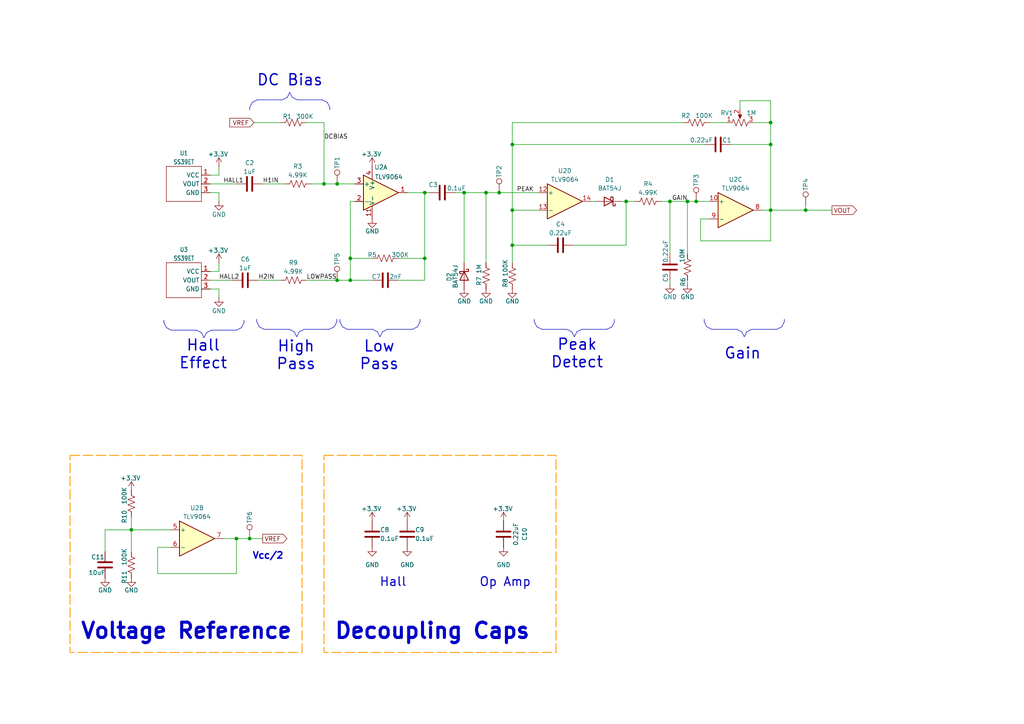
<source format=kicad_sch>
(kicad_sch (version 20250114) (generator "eeschema") (generator_version "9.0")
  (paper "A4")
  (title_block (title "Current Sensor") (date "<<release-date>>") (rev "<<tag>>") (comment 1 "<<hash>>"))
  (lib_symbols
    (symbol "Amplifier_Operational:TLV9064" (pin_names (offset 0.127))
      (property "Reference" "U" (at 0 5.08 0))
      (property "Value" "TLV9064" (at 0 -5.08 0))
      (symbol "TLV9064_1_1"
        (polyline (pts (xy -5.08 5.08) (xy 5.08 0) (xy -5.08 -5.08) (xy -5.08 5.08)) (stroke (width 0.254)) (fill (type background)))
        (pin input line (at -7.62 2.54 0) (length 2.54) (name "+") (number "3"))
        (pin input line (at -7.62 -2.54 0) (length 2.54) (name "-") (number "2"))
        (pin output line (at 7.62 0 180) (length 2.54) (name "~") (number "1"))
      )
      (symbol "TLV9064_2_1"
        (polyline (pts (xy -5.08 5.08) (xy 5.08 0) (xy -5.08 -5.08) (xy -5.08 5.08)) (stroke (width 0.254)) (fill (type background)))
        (pin input line (at -7.62 2.54 0) (length 2.54) (name "+") (number "5"))
        (pin input line (at -7.62 -2.54 0) (length 2.54) (name "-") (number "6"))
        (pin output line (at 7.62 0 180) (length 2.54) (name "~") (number "7"))
      )
      (symbol "TLV9064_3_1"
        (polyline (pts (xy -5.08 5.08) (xy 5.08 0) (xy -5.08 -5.08) (xy -5.08 5.08)) (stroke (width 0.254)) (fill (type background)))
        (pin input line (at -7.62 2.54 0) (length 2.54) (name "+") (number "10"))
        (pin input line (at -7.62 -2.54 0) (length 2.54) (name "-") (number "9"))
        (pin output line (at 7.62 0 180) (length 2.54) (name "~") (number "8"))
      )
      (symbol "TLV9064_4_1"
        (polyline (pts (xy -5.08 5.08) (xy 5.08 0) (xy -5.08 -5.08) (xy -5.08 5.08)) (stroke (width 0.254)) (fill (type background)))
        (pin input line (at -7.62 2.54 0) (length 2.54) (name "+") (number "12"))
        (pin input line (at -7.62 -2.54 0) (length 2.54) (name "-") (number "13"))
        (pin output line (at 7.62 0 180) (length 2.54) (name "~") (number "14"))
      )
      (symbol "TLV9064_5_1"
        (pin power_in line (at -2.54 7.62 270) (length 3.81) (name "V+") (number "4"))
        (pin power_in line (at -2.54 -7.62 90) (length 3.81) (name "V-") (number "11"))
      )
    )
    (symbol "CRG Makes:A1324"
      (property "Reference" "U" (at 0 6.3516 0))
      (symbol "A1324_1_0"
        (polyline (pts (xy -5.08 5.08) (xy -5.08 -5.08)) (stroke (width 0.1524)))
        (polyline (pts (xy -5.08 -5.08) (xy 5.08 -5.08)) (stroke (width 0.1524)))
        (polyline (pts (xy 5.08 5.08) (xy -5.08 5.08)) (stroke (width 0.1524)))
        (polyline (pts (xy 5.08 -5.08) (xy 5.08 5.08)) (stroke (width 0.1524)))
        (pin power_in line (at 7.62 2.54 180) (length 2.54) (name "VCC") (number "1"))
        (pin output line (at 7.62 0 180) (length 2.54) (name "VOUT") (number "2"))
        (pin passive line (at 7.62 -2.54 180) (length 2.54) (name "GND") (number "3"))
      )
    )
    (symbol "CRGM Passive:R_Potentiometer_US" (pin_names (offset 1.016) (hide yes))
      (property "Reference" "R" (at -4.445 0 90))
      (property "Value" "R_Potentiometer_US" (at -2.54 0 90))
      (symbol "R_Potentiometer_US_0_1"
        (polyline (pts (xy 0 2.54) (xy 0 2.286)))
        (polyline (pts (xy 0 2.286) (xy 1.016 1.905) (xy 0 1.524) (xy -1.016 1.143) (xy 0 0.762)))
        (polyline (pts (xy 0 0.762) (xy 1.016 0.381) (xy 0 0) (xy -1.016 -0.381) (xy 0 -0.762)))
        (polyline (pts (xy 0 -0.762) (xy 1.016 -1.143) (xy 0 -1.524) (xy -1.016 -1.905) (xy 0 -2.286)))
        (polyline (pts (xy 0 -2.286) (xy 0 -2.54)))
        (polyline (pts (xy 1.143 0) (xy 2.286 0.508) (xy 2.286 -0.508) (xy 1.143 0)) (fill (type outline)))
        (polyline (pts (xy 2.54 0) (xy 1.524 0)))
      )
      (symbol "R_Potentiometer_US_1_1"
        (pin passive line (at 0 3.81 270) (length 1.27) (name "1") (number "1"))
        (pin passive line (at 0 -3.81 90) (length 1.27) (name "3") (number "3"))
        (pin passive line (at 3.81 0 180) (length 1.27) (name "2") (number "2"))
      )
    )
    (symbol "Connector:TestPoint" (pin_numbers (hide yes)) (pin_names (offset 0.762) (hide yes))
      (property "Reference" "TP" (at 0 6.858 0))
      (property "Value" "TestPoint" (at 0 5.08 0))
      (symbol "TestPoint_0_1"
        (circle (center 0 3.302) (radius 0.762))
      )
      (symbol "TestPoint_1_1"
        (pin passive line (at 0 0 90) (length 2.54) (name "1") (number "1"))
      )
    )
    (symbol "Device:C" (pin_numbers (hide yes)) (pin_names (offset 0.254))
      (property "Reference" "C" (at 0.635 2.54 0))
      (property "Value" "C" (at 0.635 -2.54 0))
      (symbol "C_0_1"
        (polyline (pts (xy -2.032 0.762) (xy 2.032 0.762)) (stroke (width 0.508)))
        (polyline (pts (xy -2.032 -0.762) (xy 2.032 -0.762)) (stroke (width 0.508)))
      )
      (symbol "C_1_1"
        (pin passive line (at 0 3.81 270) (length 2.794) (name "~") (number "1"))
        (pin passive line (at 0 -3.81 90) (length 2.794) (name "~") (number "2"))
      )
    )
    (symbol "Device:R_US" (pin_numbers (hide yes)) (pin_names (offset 0))
      (property "Reference" "R" (at 2.54 0 90))
      (property "Value" "R_US" (at -2.54 0 90))
      (symbol "R_US_0_1"
        (polyline (pts (xy 0 2.286) (xy 0 2.54)))
        (polyline (pts (xy 0 2.286) (xy 1.016 1.905) (xy 0 1.524) (xy -1.016 1.143) (xy 0 0.762)))
        (polyline (pts (xy 0 0.762) (xy 1.016 0.381) (xy 0 0) (xy -1.016 -0.381) (xy 0 -0.762)))
        (polyline (pts (xy 0 -0.762) (xy 1.016 -1.143) (xy 0 -1.524) (xy -1.016 -1.905) (xy 0 -2.286)))
        (polyline (pts (xy 0 -2.286) (xy 0 -2.54)))
      )
      (symbol "R_US_1_1"
        (pin passive line (at 0 3.81 270) (length 1.27) (name "~") (number "1"))
        (pin passive line (at 0 -3.81 90) (length 1.27) (name "~") (number "2"))
      )
    )
    (symbol "Diode:BAT54J" (pin_numbers (hide yes)) (pin_names (offset 1.016) (hide yes))
      (property "Reference" "D" (at 0 2.54 0))
      (property "Value" "BAT54J" (at 0 -2.54 0))
      (symbol "BAT54J_0_1"
        (polyline (pts (xy -1.905 0.635) (xy -1.905 1.27) (xy -1.27 1.27) (xy -1.27 -1.27) (xy -0.635 -1.27) (xy -0.635 -0.635)) (stroke (width 0.254)))
        (polyline (pts (xy 1.27 1.27) (xy 1.27 -1.27) (xy -1.27 0) (xy 1.27 1.27)) (stroke (width 0.254)))
        (polyline (pts (xy 1.27 0) (xy -1.27 0)))
      )
      (symbol "BAT54J_1_1"
        (pin passive line (at -3.81 0 0) (length 2.54) (name "K") (number "1"))
        (pin passive line (at 3.81 0 180) (length 2.54) (name "A") (number "2"))
      )
    )
    (symbol "power:+3.3V" (power) (pin_numbers (hide yes)) (pin_names (offset 0) (hide yes))
      (property "Value" "+3.3V" (at 0 3.556 0))
      (symbol "+3.3V_0_1"
        (polyline (pts (xy -0.762 1.27) (xy 0 2.54)))
        (polyline (pts (xy 0 2.54) (xy 0.762 1.27)))
        (polyline (pts (xy 0 0) (xy 0 2.54)))
      )
      (symbol "+3.3V_1_1"
        (pin power_in line (at 0 0 90) (length 0) (name "~") (number "1"))
      )
    )
    (symbol "power:GND" (power) (pin_numbers (hide yes)) (pin_names (offset 0) (hide yes))
      (property "Value" "GND" (at 0 -3.81 0))
      (symbol "GND_0_1"
        (polyline (pts (xy 0 0) (xy 0 -1.27) (xy 1.27 -1.27) (xy 0 -2.54) (xy -1.27 -1.27) (xy 0 -1.27)))
      )
      (symbol "GND_1_1"
        (pin power_in line (at 0 0 270) (length 0) (name "~") (number "1"))
      )
    )
  )
  (rectangle (start 93.98 132.08) (end 161.29 189.23) (stroke (width 0.254) (type dash) (color 255 153 0 1)))
  (rectangle (start 20.32 132.08) (end 87.63 189.23) (stroke (width 0.254) (type dash) (color 255 153 0 1)))
  (text "High\nPass" (at 85.852 103.124 0) (effects (font (size 3.175 3.175) (thickness 0.3969))))
  (text "Hall\nEffect" (at 58.928 102.87 0) (effects (font (size 3.175 3.175) (thickness 0.3969))))
  (text "}" (at 82.804 29.21 90) (effects (font (size 15.24 15.24))))
  (text "DC Bias" (at 84.074 23.368 0) (effects (font (size 3.175 3.175) (thickness 0.3969))))
  (text "{" (at 57.912 96.012 90) (effects (font (size 15.24 15.24))))
  (text "{" (at 165.354 95.758 90) (effects (font (size 15.24 15.24))))
  (text "Gain" (at 215.392 102.616 0) (effects (font (size 3.175 3.175) (thickness 0.3969))))
  (text "Low\nPass" (at 109.982 103.124 0) (effects (font (size 3.175 3.175) (thickness 0.3969))))
  (text "Op Amp" (at 138.938 168.91 0) (effects (font (size 2.54 2.54) (thickness 0.3175)) (justify left)))
  (text "{" (at 108.966 95.758 90) (effects (font (size 15.24 15.24))))
  (text "{" (at 84.836 95.758 90) (effects (font (size 15.24 15.24))))
  (text "{" (at 214.63 95.758 90) (effects (font (size 15.24 15.24))))
  (text "Vcc/2" (at 77.724 161.29 0) (effects (font (size 1.905 1.905) (thickness 0.3969))))
  (text "Decoupling Caps" (at 96.774 183.134 0) (effects (font (size 4.445 4.445) (thickness 0.889) (bold yes)) (justify left)))
  (text "Voltage Reference" (at 23.114 183.134 0) (effects (font (size 4.445 4.445) (thickness 0.889) (bold yes)) (justify left)))
  (text "Peak\nDetect" (at 167.386 102.616 0) (effects (font (size 3.175 3.175) (thickness 0.3969))))
  (text "Hall" (at 109.982 168.91 0) (effects (font (size 2.54 2.54) (thickness 0.3175)) (justify left)))
  (junction (at 140.97 55.88))
  (junction (at 97.79 81.28))
  (junction (at 134.62 55.88))
  (junction (at 223.52 60.96))
  (junction (at 194.31 58.42))
  (junction (at 38.1 153.67))
  (junction (at 199.39 58.42))
  (junction (at 101.6 74.93))
  (junction (at 101.6 81.28))
  (junction (at 148.59 60.96))
  (junction (at 97.79 53.34))
  (junction (at 72.39 156.21))
  (junction (at 123.19 55.88))
  (junction (at 201.93 58.42))
  (junction (at 233.68 60.96))
  (junction (at 93.98 53.34))
  (junction (at 148.59 71.12))
  (junction (at 181.61 58.42))
  (junction (at 148.59 41.91))
  (junction (at 123.19 74.93))
  (junction (at 68.58 156.21))
  (junction (at 223.52 35.56))
  (junction (at 223.52 41.91))
  (junction (at 144.78 55.88))
  (wire (pts (xy 123.19 74.93) (xy 123.19 55.88)))
  (wire (pts (xy 148.59 60.96) (xy 156.21 60.96)))
  (wire (pts (xy 72.39 156.21) (xy 76.2 156.21)))
  (wire (pts (xy 233.68 59.69) (xy 233.68 60.96)))
  (wire (pts (xy 148.59 35.56) (xy 148.59 41.91)))
  (wire (pts (xy 101.6 74.93) (xy 101.6 81.28)))
  (wire (pts (xy 60.96 81.28) (xy 67.31 81.28)))
  (wire (pts (xy 132.08 55.88) (xy 134.62 55.88)))
  (wire (pts (xy 60.96 50.8) (xy 63.5 50.8)))
  (wire (pts (xy 38.1 153.67) (xy 38.1 160.02)))
  (wire (pts (xy 101.6 58.42) (xy 102.87 58.42)))
  (wire (pts (xy 140.97 55.88) (xy 144.78 55.88)))
  (wire (pts (xy 60.96 78.74) (xy 63.5 78.74)))
  (wire (pts (xy 194.31 58.42) (xy 194.31 73.66)))
  (wire (pts (xy 199.39 58.42) (xy 201.93 58.42)))
  (wire (pts (xy 49.53 153.67) (xy 38.1 153.67)))
  (wire (pts (xy 184.15 58.42) (xy 181.61 58.42)))
  (wire (pts (xy 191.77 58.42) (xy 194.31 58.42)))
  (wire (pts (xy 194.31 58.42) (xy 199.39 58.42)))
  (wire (pts (xy 118.11 55.88) (xy 123.19 55.88)))
  (wire (pts (xy 223.52 69.85) (xy 223.52 60.96)))
  (wire (pts (xy 63.5 55.88) (xy 63.5 58.42)))
  (wire (pts (xy 166.37 71.12) (xy 181.61 71.12)))
  (wire (pts (xy 199.39 58.42) (xy 199.39 73.66)))
  (wire (pts (xy 123.19 55.88) (xy 124.46 55.88)))
  (wire (pts (xy 101.6 58.42) (xy 101.6 74.93)))
  (wire (pts (xy 134.62 55.88) (xy 140.97 55.88)))
  (wire (pts (xy 45.72 166.37) (xy 68.58 166.37)))
  (wire (pts (xy 205.74 63.5) (xy 203.2 63.5)))
  (wire (pts (xy 233.68 60.96) (xy 241.3 60.96)))
  (wire (pts (xy 148.59 41.91) (xy 148.59 60.96)))
  (wire (pts (xy 64.77 156.21) (xy 68.58 156.21)))
  (wire (pts (xy 212.09 41.91) (xy 223.52 41.91)))
  (wire (pts (xy 201.93 58.42) (xy 205.74 58.42)))
  (wire (pts (xy 214.63 31.75) (xy 214.63 29.21)))
  (wire (pts (xy 223.52 29.21) (xy 223.52 35.56)))
  (wire (pts (xy 123.19 74.93) (xy 123.19 81.28)))
  (wire (pts (xy 205.74 35.56) (xy 210.82 35.56)))
  (wire (pts (xy 203.2 63.5) (xy 203.2 69.85)))
  (wire (pts (xy 115.57 81.28) (xy 123.19 81.28)))
  (wire (pts (xy 76.2 53.34) (xy 82.55 53.34)))
  (wire (pts (xy 93.98 35.56) (xy 93.98 53.34)))
  (wire (pts (xy 115.57 74.93) (xy 123.19 74.93)))
  (wire (pts (xy 88.9 81.28) (xy 97.79 81.28)))
  (wire (pts (xy 181.61 58.42) (xy 181.61 71.12)))
  (wire (pts (xy 93.98 53.34) (xy 97.79 53.34)))
  (wire (pts (xy 90.17 53.34) (xy 93.98 53.34)))
  (wire (pts (xy 30.48 153.67) (xy 38.1 153.67)))
  (wire (pts (xy 38.1 149.86) (xy 38.1 153.67)))
  (wire (pts (xy 134.62 55.88) (xy 134.62 76.2)))
  (wire (pts (xy 148.59 60.96) (xy 148.59 71.12)))
  (wire (pts (xy 148.59 71.12) (xy 158.75 71.12)))
  (wire (pts (xy 63.5 78.74) (xy 63.5 76.2)))
  (wire (pts (xy 63.5 50.8) (xy 63.5 48.26)))
  (wire (pts (xy 74.93 81.28) (xy 81.28 81.28)))
  (wire (pts (xy 101.6 74.93) (xy 107.95 74.93)))
  (wire (pts (xy 68.58 156.21) (xy 72.39 156.21)))
  (wire (pts (xy 199.39 82.55) (xy 199.39 81.28)))
  (wire (pts (xy 223.52 35.56) (xy 223.52 41.91)))
  (wire (pts (xy 220.98 60.96) (xy 223.52 60.96)))
  (wire (pts (xy 194.31 81.28) (xy 194.31 82.55)))
  (wire (pts (xy 45.72 158.75) (xy 45.72 166.37)))
  (wire (pts (xy 144.78 55.88) (xy 156.21 55.88)))
  (wire (pts (xy 180.34 58.42) (xy 181.61 58.42)))
  (wire (pts (xy 68.58 156.21) (xy 68.58 166.37)))
  (wire (pts (xy 60.96 83.82) (xy 63.5 83.82)))
  (wire (pts (xy 214.63 29.21) (xy 223.52 29.21)))
  (wire (pts (xy 88.9 35.56) (xy 93.98 35.56)))
  (wire (pts (xy 171.45 58.42) (xy 172.72 58.42)))
  (wire (pts (xy 97.79 53.34) (xy 102.87 53.34)))
  (wire (pts (xy 60.96 55.88) (xy 63.5 55.88)))
  (wire (pts (xy 60.96 53.34) (xy 68.58 53.34)))
  (wire (pts (xy 140.97 55.88) (xy 140.97 76.2)))
  (wire (pts (xy 223.52 60.96) (xy 233.68 60.96)))
  (wire (pts (xy 204.47 41.91) (xy 148.59 41.91)))
  (wire (pts (xy 30.48 160.02) (xy 30.48 153.67)))
  (wire (pts (xy 148.59 71.12) (xy 148.59 76.2)))
  (wire (pts (xy 148.59 35.56) (xy 198.12 35.56)))
  (wire (pts (xy 73.66 35.56) (xy 81.28 35.56)))
  (wire (pts (xy 107.95 81.28) (xy 101.6 81.28)))
  (wire (pts (xy 218.44 35.56) (xy 223.52 35.56)))
  (wire (pts (xy 223.52 41.91) (xy 223.52 60.96)))
  (wire (pts (xy 63.5 83.82) (xy 63.5 86.36)))
  (wire (pts (xy 49.53 158.75) (xy 45.72 158.75)))
  (wire (pts (xy 203.2 69.85) (xy 223.52 69.85)))
  (wire (pts (xy 97.79 81.28) (xy 101.6 81.28)))
  (label "DCBIAS" (at 93.98 40.64 0))
  (label "HALL2" (at 63.5 81.28 0))
  (label "LOWPASS" (at 88.9 81.28 0))
  (label "PEAK" (at 149.86 55.88 0))
  (label "H1IN" (at 76.2 53.34 0))
  (label "GAIN" (at 199.39 58.42 180))
  (label "HALL1" (at 64.77 53.34 0))
  (label "H2IN" (at 74.93 81.28 0))
  (global_label "VREF" (shape output) (at 76.2 156.21 0) (property "Intersheetrefs" "${INTERSHEET_REFS}" (at 83.7814 156.21 0) (effects (justify left))))
  (global_label "VOUT" (shape output) (at 241.3 60.96 0) (property "Intersheetrefs" "${INTERSHEET_REFS}" (at 249.0024 60.96 0) (effects (justify left))))
  (global_label "VREF" (shape input) (at 73.66 35.56 180) (property "Intersheetrefs" "${INTERSHEET_REFS}" (at 66.0786 35.56 0) (effects (justify right))))
  (symbol (lib_id "Device:C") (at 128.27 55.88 90) (unit 1)
    (property "Reference" "C3" (at 127 53.594 90) (effects (justify left)))
    (property "Value" "0.1uF" (at 135.128 54.61 90) (effects (justify left)))
    (property "Footprint" "CRGM Passive:C_0603_1608Metric" (effects (hide yes)))
    (property "Description" "16V 100nF X7R ±10% 0603 Multilayer Ceramic Capacitors MLCC" (effects (hide yes)))
    (property "MN" "Samsung" (effects (hide yes)))
    (property "MPN" "CL10B104KO8NNNC" (effects (hide yes)))
    (property "LCSC" "C66501" (effects (hide yes)))
    (property "Digikey" "1276-1005-2-ND" (effects (hide yes)))
    (property "Mouser" "187-CL10B104KO8NNNC" (effects (hide yes)))
    (property "Tolerance" "10%" (effects (hide yes)))
  )
  (symbol (lib_id "power:+3.3V") (at 107.95 48.26 0) (unit 1)
    (property "Reference" "#PWR02" (effects (hide yes)))
    (property "Value" "+3.3V" (at 107.696 44.704 0))
    (property "Description" "Power symbol creates a global label with name \"+3.3V\"" (effects (hide yes)))
  )
  (symbol (lib_id "Device:C") (at 71.12 81.28 90) (unit 1)
    (property "Reference" "C6" (at 71.12 75.184 90))
    (property "Value" "1uF" (at 71.12 77.724 90))
    (property "Footprint" "CRGM Passive:C_0603_1608Metric" (effects (hide yes)))
    (property "Description" "16V 1uF X7R ±10% 0603 Multilayer Ceramic Capacitors MLCC" (effects (hide yes)))
    (property "MN" "HRE" (effects (hide yes)))
    (property "MPN" "CGA0603X5R105K160JT" (effects (hide yes)))
    (property "ALT_MN" "Samsung" (effects (hide yes)))
    (property "ALT_MPN" "CL10B105KO8NNNC" (effects (hide yes)))
    (property "Digikey" "1276-1019-2-ND" (effects (hide yes)))
    (property "Mouser" "187-CL10B105KO8NNNC" (effects (hide yes)))
    (property "LCSC" "C6119849" (effects (hide yes)))
    (property "Tolerance" "10%" (effects (hide yes)))
  )
  (symbol (lib_id "Amplifier_Operational:TLV9064") (at 163.83 58.42 0) (unit 4)
    (property "Reference" "U2" (at 163.83 49.53 0))
    (property "Value" "TLV9064" (at 163.83 52.07 0))
    (property "Footprint" "CRG Makes:SOIC-14_3.9x8.7mm_P1.27mm" (effects (hide yes)))
    (property "Datasheet" "https://www.ti.com/lit/ds/symlink/tlv9064.pdf" (effects (hide yes)))
    (property "Description" "Quad Rail-to-Rail, Operational Amplifiers, 10MHz, SOIC-14/TSSOP-14" (effects (hide yes)))
    (property "MN" "TI" (effects (hide yes)))
    (property "MPN" "TLV9064IDR" (effects (hide yes)))
    (property "Mouser" "595-TLV9064IDR" (effects (hide yes)))
    (property "Digikey" "296-47549-2-ND" (effects (hide yes)))
    (property "LCSC" "C388176" (effects (hide yes)))
  )
  (symbol (lib_id "CRG Makes:A1324") (at 53.34 53.34 0) (unit 1)
    (property "Reference" "U1" (at 53.34 44.45 0) (effects (font (size 1.2702 1.0796))))
    (property "Value" "SS39ET" (at 53.34 46.99 0) (effects (font (size 1.2717 1.0809))))
    (property "Footprint" "CRGM Passive:SOT-23" (effects (hide yes)))
    (property "Datasheet" "https://www.mouser.com/datasheet/2/187/HWSC_S_A0012826248_1-3073340.pdf" (effects (hide yes)))
    (property "Description" "SENSOR HALL EFFECT ANALOG SOT23" (effects (hide yes)))
    (property "MN" "Honeywell" (effects (hide yes)))
    (property "MPN" "SS39ET" (effects (hide yes)))
    (property "Mouser" "785-SS39ET" (effects (hide yes)))
    (property "Digikey" "480-3845-2-ND" (effects (hide yes)))
    (property "LCSC" "C126669" (effects (hide yes)))
  )
  (symbol (lib_id "Device:R_US") (at 38.1 163.83 0) (unit 1)
    (property "Reference" "R11" (at 36.068 167.386 90))
    (property "Value" "100K" (at 36.068 161.544 90))
    (property "Footprint" "CRGM Passive:R_0603_1608Metric" (effects (hide yes)))
    (property "Description" "100mW Thick Film Resistors 75V ±100ppm/℃ ±1% 100kΩ 0603 Chip Resistor" (effects (hide yes)))
    (property "MPN" "FRC0603F1003TS" (effects (hide yes)))
    (property "MN" "FOJAN" (effects (hide yes)))
    (property "Digikey" "CR0603-JW-104ELFTR-ND" (effects (hide yes)))
    (property "Mouser" "652-CR0603-JW-104ELF" (effects (hide yes)))
    (property "LCSC" "C2906980" (effects (hide yes)))
    (property "ALT_LCSC" "C3016388" (effects (hide yes)))
    (property "Tolerance" "5%" (effects (hide yes)))
  )
  (symbol (lib_id "Connector:TestPoint") (at 72.39 156.21 0) (unit 1) (in_bom no)
    (property "Reference" "TP6" (at 72.39 151.892 90) (effects (justify left)))
    (property "Footprint" "CRGM Mechanical:TestPoint_Pad_D1.0mm" (effects (hide yes)))
    (property "Description" "test point" (effects (hide yes)))
  )
  (symbol (lib_id "power:GND") (at 107.95 63.5 0) (unit 1)
    (property "Reference" "#PWR06" (effects (hide yes)))
    (property "Value" "GND" (at 107.95 67.056 0))
    (property "Description" "Power symbol creates a global label with name \"GND\" , ground" (effects (hide yes)))
  )
  (symbol (lib_id "Diode:BAT54J") (at 134.62 80.01 270) (unit 1)
    (property "Reference" "D2" (at 130.302 78.994 0) (effects (justify left)))
    (property "Value" "BAT54J" (at 132.08 76.708 0) (effects (justify left)))
    (property "Footprint" "CRGM Passive:D_SOD-323F" (effects (hide yes)))
    (property "Datasheet" "https://assets.nexperia.com/documents/data-sheet/BAT54J.pdf" (effects (hide yes)))
    (property "Description" "30V 200mA Schottky diode, SOD-323F" (effects (hide yes)))
    (property "MN" "Nexperia" (effects (hide yes)))
    (property "MPN" "BAT54J,115" (effects (hide yes)))
    (property "Mouser" "771-BAT54J115" (effects (hide yes)))
    (property "Digikey" "1727-4818-2-ND" (effects (hide yes)))
    (property "LCSC" "C130415" (effects (hide yes)))
    (property "ALT_LCSC" "C358488" (effects (hide yes)))
  )
  (symbol (lib_id "Connector:TestPoint") (at 97.79 53.34 0) (unit 1) (in_bom no)
    (property "Reference" "TP1" (at 97.79 49.022 90) (effects (justify left)))
    (property "Footprint" "CRGM Mechanical:TestPoint_Pad_D1.0mm" (effects (hide yes)))
    (property "Description" "test point" (effects (hide yes)))
  )
  (symbol (lib_id "Amplifier_Operational:TLV9064") (at 57.15 156.21 0) (unit 2)
    (property "Reference" "U2" (at 57.15 147.32 0))
    (property "Value" "TLV9064" (at 57.15 149.86 0))
    (property "Footprint" "CRG Makes:SOIC-14_3.9x8.7mm_P1.27mm" (effects (hide yes)))
    (property "Datasheet" "https://www.ti.com/lit/ds/symlink/tlv9064.pdf" (effects (hide yes)))
    (property "Description" "Quad Rail-to-Rail, Operational Amplifiers, 10MHz, SOIC-14/TSSOP-14" (effects (hide yes)))
    (property "MN" "TI" (effects (hide yes)))
    (property "MPN" "TLV9064IDR" (effects (hide yes)))
    (property "Mouser" "595-TLV9064IDR" (effects (hide yes)))
    (property "Digikey" "296-47549-2-ND" (effects (hide yes)))
    (property "LCSC" "C388176" (effects (hide yes)))
  )
  (symbol (lib_id "CRGM Passive:R_Potentiometer_US") (at 214.63 35.56 90) (unit 1)
    (property "Reference" "RV1" (at 210.82 32.766 90))
    (property "Value" "1M" (at 217.932 32.766 90))
    (property "Footprint" "CRGM Passive:Bourns_TC33X_Vertical" (effects (hide yes)))
    (property "Description" "Potentiometer, US symbol" (effects (hide yes)))
    (property "MN" "BOURNS" (effects (hide yes)))
    (property "MPN" "TC33X-2-105E" (effects (hide yes)))
    (property "Mouser" "652-TC33X-2-105E" (effects (hide yes)))
    (property "Digikey" "TC33X-2-105ETR-ND" (effects (hide yes)))
    (property "LCSC" "C5362465" (effects (hide yes)))
    (property "Tolerance" "25%" (effects (hide yes)))
  )
  (symbol (lib_id "Device:C") (at 162.56 71.12 90) (unit 1)
    (property "Reference" "C4" (at 162.56 65.024 90))
    (property "Value" "0.22uF" (at 162.56 67.564 90))
    (property "Footprint" "CRGM Passive:C_0603_1608Metric" (effects (hide yes)))
    (property "Description" "25V 220nF X7R ±10% 0603 Multilayer Ceramic Capacitors MLCC" (effects (hide yes)))
    (property "MN" "Samsung" (effects (hide yes)))
    (property "MPN" "CL10B224KA8NNNC" (effects (hide yes)))
    (property "ALT_MN" "Samsung" (effects (hide yes)))
    (property "ALT_MPN" "CL10B224KO8NNNC" (effects (hide yes)))
    (property "Mouser" "603-CC603KRX7R8BB224" (effects (hide yes)))
    (property "LCSC" "C21120" (effects (hide yes)))
    (property "Tolerance" "10%" (effects (hide yes)))
  )
  (symbol (lib_id "Device:C") (at 107.95 154.94 0) (unit 1)
    (property "Reference" "C8" (at 110.236 153.67 0) (effects (justify left)))
    (property "Value" "0.1uF" (at 110.236 156.21 0) (effects (justify left)))
    (property "Footprint" "CRGM Passive:C_0603_1608Metric" (effects (hide yes)))
    (property "Description" "16V 100nF X7R ±10% 0603 Multilayer Ceramic Capacitors MLCC" (effects (hide yes)))
    (property "MN" "Samsung" (effects (hide yes)))
    (property "MPN" "CL10B104KO8NNNC" (effects (hide yes)))
    (property "LCSC" "C66501" (effects (hide yes)))
    (property "Digikey" "1276-1005-2-ND" (effects (hide yes)))
    (property "Mouser" "187-CL10B104KO8NNNC" (effects (hide yes)))
    (property "Tolerance" "10%" (effects (hide yes)))
  )
  (symbol (lib_id "power:+3.3V") (at 118.11 151.13 0) (unit 1)
    (property "Reference" "#PWR016" (effects (hide yes)))
    (property "Value" "+3.3V" (at 117.856 147.574 0))
    (property "Description" "Power symbol creates a global label with name \"+3.3V\"" (effects (hide yes)))
  )
  (symbol (lib_id "Diode:BAT54J") (at 176.53 58.42 180) (unit 1)
    (property "Reference" "D1" (at 176.8475 52.07 0))
    (property "Value" "BAT54J" (at 176.8475 54.61 0))
    (property "Footprint" "CRGM Passive:D_SOD-323F" (effects (hide yes)))
    (property "Datasheet" "https://assets.nexperia.com/documents/data-sheet/BAT54J.pdf" (effects (hide yes)))
    (property "Description" "30V 200mA Schottky diode, SOD-323F" (effects (hide yes)))
    (property "MN" "Nexperia" (effects (hide yes)))
    (property "MPN" "BAT54J,115" (effects (hide yes)))
    (property "Mouser" "771-BAT54J115" (effects (hide yes)))
    (property "Digikey" "1727-4818-2-ND" (effects (hide yes)))
    (property "LCSC" "C130415" (effects (hide yes)))
    (property "ALT_LCSC" "C358488" (effects (hide yes)))
  )
  (symbol (lib_id "Device:R_US") (at 86.36 53.34 270) (unit 1)
    (property "Reference" "R3" (at 86.36 48.26 90))
    (property "Value" "4.99K" (at 86.36 50.8 90))
    (property "Footprint" "CRGM Passive:R_0603_1608Metric" (effects (hide yes)))
    (property "Description" "100mW Thick Film Resistors 75V ±100ppm/℃ ±1% 4.99kΩ 0603 Chip Resistor" (effects (hide yes)))
    (property "MPN" "FRC0603F4991TS" (effects (hide yes)))
    (property "MN" "FOJAN" (effects (hide yes)))
    (property "Digikey" "541-4.99KHTR-ND" (effects (hide yes)))
    (property "Mouser" "71-CRCW0603-4.99K-E3" (effects (hide yes)))
    (property "LCSC" "C2933228" (effects (hide yes)))
    (property "ALT_LCSC" "C163916" (effects (hide yes)))
    (property "Tolerance" "1%" (effects (hide yes)))
  )
  (symbol (lib_id "power:GND") (at 199.39 82.55 0) (unit 1)
    (property "Reference" "#PWR09" (effects (hide yes)))
    (property "Value" "GND" (at 199.39 86.106 0))
    (property "Description" "Power symbol creates a global label with name \"GND\" , ground" (effects (hide yes)))
  )
  (symbol (lib_id "power:GND") (at 107.95 158.75 0) (unit 1)
    (property "Reference" "#PWR018" (effects (hide yes)))
    (property "Value" "GND" (at 107.95 163.83 0))
    (property "Description" "Power symbol creates a global label with name \"GND\" , ground" (effects (hide yes)))
  )
  (symbol (lib_id "power:GND") (at 148.59 83.82 0) (unit 1)
    (property "Reference" "#PWR012" (effects (hide yes)))
    (property "Value" "GND" (at 148.59 87.376 0))
    (property "Description" "Power symbol creates a global label with name \"GND\" , ground" (effects (hide yes)))
  )
  (symbol (lib_id "power:+3.3V") (at 63.5 48.26 0) (unit 1)
    (property "Reference" "#PWR01" (effects (hide yes)))
    (property "Value" "+3.3V" (at 63.246 44.704 0))
    (property "Description" "Power symbol creates a global label with name \"+3.3V\"" (effects (hide yes)))
  )
  (symbol (lib_id "power:GND") (at 63.5 58.42 0) (unit 1)
    (property "Reference" "#PWR04" (effects (hide yes)))
    (property "Value" "GND" (at 63.5 62.23 0))
    (property "Description" "Power symbol creates a global label with name \"GND\" , ground" (effects (hide yes)))
  )
  (symbol (lib_id "Device:C") (at 194.31 77.47 180) (unit 1)
    (property "Reference" "C5" (at 193.04 80.518 90))
    (property "Value" "0.22uF" (at 193.04 72.898 90))
    (property "Footprint" "CRGM Passive:C_0603_1608Metric" (effects (hide yes)))
    (property "Description" "25V 220nF X7R ±10% 0603 Multilayer Ceramic Capacitors MLCC" (effects (hide yes)))
    (property "MN" "Samsung" (effects (hide yes)))
    (property "MPN" "CL10B224KA8NNNC" (effects (hide yes)))
    (property "ALT_MN" "Samsung" (effects (hide yes)))
    (property "ALT_MPN" "CL10B224KO8NNNC" (effects (hide yes)))
    (property "Mouser" "603-CC603KRX7R8BB224" (effects (hide yes)))
    (property "LCSC" "C21120" (effects (hide yes)))
    (property "Tolerance" "10%" (effects (hide yes)))
  )
  (symbol (lib_id "Connector:TestPoint") (at 97.79 81.28 0) (unit 1) (in_bom no)
    (property "Reference" "TP5" (at 97.79 76.962 90) (effects (justify left)))
    (property "Footprint" "CRGM Mechanical:TestPoint_Pad_D1.0mm" (effects (hide yes)))
    (property "Description" "test point" (effects (hide yes)))
  )
  (symbol (lib_id "power:GND") (at 63.5 86.36 0) (unit 1)
    (property "Reference" "#PWR013" (effects (hide yes)))
    (property "Value" "GND" (at 63.5 90.17 0))
    (property "Description" "Power symbol creates a global label with name \"GND\" , ground" (effects (hide yes)))
  )
  (symbol (lib_id "Device:R_US") (at 38.1 146.05 0) (unit 1)
    (property "Reference" "R10" (at 36.068 149.86 90))
    (property "Value" "100K" (at 36.068 143.764 90))
    (property "Footprint" "CRGM Passive:R_0603_1608Metric" (effects (hide yes)))
    (property "Description" "100mW Thick Film Resistors 75V ±100ppm/℃ ±1% 100kΩ 0603 Chip Resistor" (effects (hide yes)))
    (property "MPN" "FRC0603F1003TS" (effects (hide yes)))
    (property "MN" "FOJAN" (effects (hide yes)))
    (property "Digikey" "CR0603-JW-104ELFTR-ND" (effects (hide yes)))
    (property "Mouser" "652-CR0603-JW-104ELF" (effects (hide yes)))
    (property "LCSC" "C2906980" (effects (hide yes)))
    (property "ALT_LCSC" "C3016388" (effects (hide yes)))
    (property "Tolerance" "5%" (effects (hide yes)))
  )
  (symbol (lib_id "Device:R_US") (at 85.09 81.28 270) (unit 1)
    (property "Reference" "R9" (at 85.09 76.2 90))
    (property "Value" "4.99K" (at 85.09 78.74 90))
    (property "Footprint" "CRGM Passive:R_0603_1608Metric" (effects (hide yes)))
    (property "Description" "100mW Thick Film Resistors 75V ±100ppm/℃ ±1% 4.99kΩ 0603 Chip Resistor" (effects (hide yes)))
    (property "MPN" "FRC0603F4991TS" (effects (hide yes)))
    (property "MN" "FOJAN" (effects (hide yes)))
    (property "Digikey" "541-4.99KHTR-ND" (effects (hide yes)))
    (property "Mouser" "71-CRCW0603-4.99K-E3" (effects (hide yes)))
    (property "LCSC" "C2933228" (effects (hide yes)))
    (property "ALT_LCSC" "C163916" (effects (hide yes)))
    (property "Tolerance" "1%" (effects (hide yes)))
  )
  (symbol (lib_id "Device:R_US") (at 199.39 77.47 0) (unit 1)
    (property "Reference" "R6" (at 198.12 81.788 90))
    (property "Value" "10M" (at 197.866 74.168 90))
    (property "Footprint" "CRGM Passive:R_0603_1608Metric" (effects (hide yes)))
    (property "Description" "100mW Thick Film Resistors 75V ±100ppm/℃ ±5% 10MΩ 0603 Chip Resistor" (effects (hide yes)))
    (property "MPN" "FRC0603J106 TS" (effects (hide yes)))
    (property "MN" "FOJAN" (effects (hide yes)))
    (property "Digikey" "CR0603-JW-106ELFTR-ND" (effects (hide yes)))
    (property "Mouser" "652-CR0603JW-106ELF" (effects (hide yes)))
    (property "LCSC" "C2907090" (effects (hide yes)))
    (property "ALT_LCSC" "C3016110" (effects (hide yes)))
    (property "ALT_LCSC_2" "C103217" (effects (hide yes)))
    (property "Tolerance" "5%" (effects (hide yes)))
  )
  (symbol (lib_id "Amplifier_Operational:TLV9064") (at 213.36 60.96 0) (unit 3)
    (property "Reference" "U2" (at 213.36 52.07 0))
    (property "Value" "TLV9064" (at 213.36 54.61 0))
    (property "Footprint" "CRG Makes:SOIC-14_3.9x8.7mm_P1.27mm" (effects (hide yes)))
    (property "Datasheet" "https://www.ti.com/lit/ds/symlink/tlv9064.pdf" (effects (hide yes)))
    (property "Description" "Quad Rail-to-Rail, Operational Amplifiers, 10MHz, SOIC-14/TSSOP-14" (effects (hide yes)))
    (property "MN" "TI" (effects (hide yes)))
    (property "MPN" "TLV9064IDR" (effects (hide yes)))
    (property "Mouser" "595-TLV9064IDR" (effects (hide yes)))
    (property "Digikey" "296-47549-2-ND" (effects (hide yes)))
    (property "LCSC" "C388176" (effects (hide yes)))
  )
  (symbol (lib_id "power:GND") (at 38.1 167.64 0) (unit 1)
    (property "Reference" "#PWR022" (effects (hide yes)))
    (property "Value" "GND" (at 38.1 171.196 0))
    (property "Description" "Power symbol creates a global label with name \"GND\" , ground" (effects (hide yes)))
  )
  (symbol (lib_id "Device:C") (at 111.76 81.28 90) (unit 1)
    (property "Reference" "C7" (at 110.49 80.264 90) (effects (justify left)))
    (property "Value" "2nF" (at 116.586 80.264 90) (effects (justify left)))
    (property "Footprint" "CRGM Passive:C_0603_1608Metric" (effects (hide yes)))
    (property "Description" "50V 2nF X7R ±10% 0603 Multilayer Ceramic Capacitors MLCC" (effects (hide yes)))
    (property "MN" "Yageo" (effects (hide yes)))
    (property "MPN" "CC0603KRX7R9BB202" (effects (hide yes)))
    (property "Mouser" "603-CC603KRX7R9BB202" (effects (hide yes)))
    (property "Digikey" "311-4098-2-ND" (effects (hide yes)))
    (property "LCSC" "C282245" (effects (hide yes)))
    (property "Tolerance" "10%" (effects (hide yes)))
  )
  (symbol (lib_id "Connector:TestPoint") (at 233.68 59.69 0) (unit 1) (in_bom no)
    (property "Reference" "TP4" (at 233.68 55.372 90) (effects (justify left)))
    (property "Footprint" "CRGM Mechanical:TestPoint_Pad_D1.0mm" (effects (hide yes)))
    (property "Description" "test point" (effects (hide yes)))
  )
  (symbol (lib_id "Device:C") (at 118.11 154.94 0) (unit 1)
    (property "Reference" "C9" (at 120.396 153.67 0) (effects (justify left)))
    (property "Value" "0.1uF" (at 120.396 156.21 0) (effects (justify left)))
    (property "Footprint" "CRGM Passive:C_0603_1608Metric" (effects (hide yes)))
    (property "Description" "16V 100nF X7R ±10% 0603 Multilayer Ceramic Capacitors MLCC" (effects (hide yes)))
    (property "MN" "Samsung" (effects (hide yes)))
    (property "MPN" "CL10B104KO8NNNC" (effects (hide yes)))
    (property "LCSC" "C66501" (effects (hide yes)))
    (property "Digikey" "1276-1005-2-ND" (effects (hide yes)))
    (property "Mouser" "187-CL10B104KO8NNNC" (effects (hide yes)))
    (property "Tolerance" "10%" (effects (hide yes)))
  )
  (symbol (lib_id "Device:C") (at 30.48 163.83 0) (unit 1)
    (property "Reference" "C11" (at 26.416 161.544 0) (effects (justify left)))
    (property "Value" "10uF" (at 25.654 166.116 0) (effects (justify left)))
    (property "Footprint" "CRGM Passive:C_0603_1608Metric" (effects (hide yes)))
    (property "Description" "16V 10uF X5R ±20% 0603 Multilayer Ceramic Capacitors MLCC" (effects (hide yes)))
    (property "MN" "Samsung" (effects (hide yes)))
    (property "MPN" "CL10A106MO8NQNC" (effects (hide yes)))
    (property "Mouser" "187-CL10A106MO8NQNC" (effects (hide yes)))
    (property "Digikey" "1276-1870-2-ND" (effects (hide yes)))
    (property "LCSC" "C92487" (effects (hide yes)))
    (property "Tolerance" "10%" (effects (hide yes)))
  )
  (symbol (lib_id "CRG Makes:A1324") (at 53.34 81.28 0) (unit 1)
    (property "Reference" "U3" (at 53.34 72.39 0) (effects (font (size 1.2702 1.0796))))
    (property "Value" "SS39ET" (at 53.34 74.93 0) (effects (font (size 1.2717 1.0809))))
    (property "Footprint" "CRGM Passive:SOT-23" (effects (hide yes)))
    (property "Datasheet" "https://www.mouser.com/datasheet/2/187/HWSC_S_A0012826248_1-3073340.pdf" (effects (hide yes)))
    (property "Description" "SENSOR HALL EFFECT ANALOG SOT23" (effects (hide yes)))
    (property "MN" "Honeywell" (effects (hide yes)))
    (property "MPN" "SS39ET" (effects (hide yes)))
    (property "Mouser" "785-SS39ET" (effects (hide yes)))
    (property "Digikey" "480-3845-2-ND" (effects (hide yes)))
    (property "LCSC" "C126669" (effects (hide yes)))
  )
  (symbol (lib_id "Device:R_US") (at 111.76 74.93 270) (unit 1)
    (property "Reference" "R5" (at 107.95 73.914 90))
    (property "Value" "300K" (at 116.078 73.914 90))
    (property "Footprint" "CRGM Passive:R_0603_1608Metric" (effects (hide yes)))
    (property "Description" "100mW Thick Film Resistors 75V ±100ppm/℃ ±1% 300kΩ 0603 Chip Resistor" (effects (hide yes)))
    (property "MPN" "FRC0603F3003TS" (effects (hide yes)))
    (property "MN" "FOJAN" (effects (hide yes)))
    (property "Digikey" "CR0603-JW-304ELFTR-ND" (effects (hide yes)))
    (property "Mouser" "652-CR0603JW-304ELF" (effects (hide yes)))
    (property "LCSC" "C2930091" (effects (hide yes)))
    (property "ALT_LCSC" "C3016406" (effects (hide yes)))
    (property "Tolerance" "5%" (effects (hide yes)))
  )
  (symbol (lib_id "Device:R_US") (at 148.59 80.01 0) (unit 1)
    (property "Reference" "R8" (at 146.558 82.042 90))
    (property "Value" "100K" (at 146.558 77.724 90))
    (property "Footprint" "CRGM Passive:R_0603_1608Metric" (effects (hide yes)))
    (property "Description" "100mW Thick Film Resistors 75V ±100ppm/℃ ±1% 100kΩ 0603 Chip Resistor" (effects (hide yes)))
    (property "MPN" "FRC0603F1003TS" (effects (hide yes)))
    (property "MN" "FOJAN" (effects (hide yes)))
    (property "Digikey" "CR0603-JW-104ELFTR-ND" (effects (hide yes)))
    (property "Mouser" "652-CR0603-JW-104ELF" (effects (hide yes)))
    (property "LCSC" "C2906980" (effects (hide yes)))
    (property "ALT_LCSC" "C3016388" (effects (hide yes)))
    (property "Tolerance" "5%" (effects (hide yes)))
  )
  (symbol (lib_id "Connector:TestPoint") (at 201.93 58.42 0) (unit 1) (in_bom no)
    (property "Reference" "TP3" (at 201.93 54.102 90) (effects (justify left)))
    (property "Footprint" "CRGM Mechanical:TestPoint_Pad_D1.0mm" (effects (hide yes)))
    (property "Description" "test point" (effects (hide yes)))
  )
  (symbol (lib_id "power:+3.3V") (at 63.5 76.2 0) (unit 1)
    (property "Reference" "#PWR07" (effects (hide yes)))
    (property "Value" "+3.3V" (at 63.246 72.644 0))
    (property "Description" "Power symbol creates a global label with name \"+3.3V\"" (effects (hide yes)))
  )
  (symbol (lib_id "power:GND") (at 134.62 83.82 0) (unit 1)
    (property "Reference" "#PWR010" (effects (hide yes)))
    (property "Value" "GND" (at 134.62 87.376 0))
    (property "Description" "Power symbol creates a global label with name \"GND\" , ground" (effects (hide yes)))
  )
  (symbol (lib_id "Device:R_US") (at 85.09 35.56 270) (unit 1)
    (property "Reference" "R1" (at 83.312 33.782 90))
    (property "Value" "300K" (at 88.392 33.782 90))
    (property "Footprint" "CRGM Passive:R_0603_1608Metric" (effects (hide yes)))
    (property "Description" "100mW Thick Film Resistors 75V ±100ppm/℃ ±1% 300kΩ 0603 Chip Resistor" (effects (hide yes)))
    (property "MPN" "FRC0603F3003TS" (effects (hide yes)))
    (property "MN" "FOJAN" (effects (hide yes)))
    (property "Digikey" "CR0603-JW-304ELFTR-ND" (effects (hide yes)))
    (property "Mouser" "652-CR0603JW-304ELF" (effects (hide yes)))
    (property "LCSC" "C2930091" (effects (hide yes)))
    (property "ALT_LCSC" "C3016406" (effects (hide yes)))
    (property "Tolerance" "5%" (effects (hide yes)))
  )
  (symbol (lib_id "power:+3.3V") (at 146.05 151.13 0) (unit 1)
    (property "Reference" "#PWR017" (effects (hide yes)))
    (property "Value" "+3.3V" (at 145.796 147.574 0))
    (property "Description" "Power symbol creates a global label with name \"+3.3V\"" (effects (hide yes)))
  )
  (symbol (lib_id "Device:C") (at 146.05 154.94 0) (unit 1)
    (property "Reference" "C10" (at 152.146 154.94 90))
    (property "Value" "0.22uF" (at 149.606 154.94 90))
    (property "Footprint" "CRGM Passive:C_0603_1608Metric" (effects (hide yes)))
    (property "Description" "25V 220nF X7R ±10% 0603 Multilayer Ceramic Capacitors MLCC" (effects (hide yes)))
    (property "MN" "Samsung" (effects (hide yes)))
    (property "MPN" "CL10B224KA8NNNC" (effects (hide yes)))
    (property "ALT_MN" "Samsung" (effects (hide yes)))
    (property "ALT_MPN" "CL10B224KO8NNNC" (effects (hide yes)))
    (property "Mouser" "603-CC603KRX7R8BB224" (effects (hide yes)))
    (property "LCSC" "C21120" (effects (hide yes)))
    (property "Tolerance" "10%" (effects (hide yes)))
  )
  (symbol (lib_id "power:+3.3V") (at 38.1 142.24 0) (unit 1)
    (property "Reference" "#PWR014" (effects (hide yes)))
    (property "Value" "+3.3V" (at 37.846 138.684 0))
    (property "Description" "Power symbol creates a global label with name \"+3.3V\"" (effects (hide yes)))
  )
  (symbol (lib_id "Amplifier_Operational:TLV9064") (at 110.49 55.88 0) (unit 5)
    (property "Reference" "U2" (effects (hide yes)))
    (property "Value" "TLV9064" (effects (hide yes)))
    (property "Footprint" "CRG Makes:SOIC-14_3.9x8.7mm_P1.27mm" (effects (hide yes)))
    (property "Datasheet" "https://www.ti.com/lit/ds/symlink/tlv9064.pdf" (effects (hide yes)))
    (property "Description" "Quad Rail-to-Rail, Operational Amplifiers, 10MHz, SOIC-14/TSSOP-14" (effects (hide yes)))
    (property "MN" "TI" (effects (hide yes)))
    (property "MPN" "TLV9064IDR" (effects (hide yes)))
    (property "Mouser" "595-TLV9064IDR" (effects (hide yes)))
    (property "Digikey" "296-47549-2-ND" (effects (hide yes)))
    (property "LCSC" "C388176" (effects (hide yes)))
  )
  (symbol (lib_id "Device:R_US") (at 140.97 80.01 0) (unit 1)
    (property "Reference" "R7" (at 138.938 81.534 90))
    (property "Value" "1M" (at 138.938 77.978 90))
    (property "Footprint" "CRGM Passive:R_0603_1608Metric" (effects (hide yes)))
    (property "Description" "100mW Thick Film Resistors 75V ±100ppm/℃ ±1% 1MΩ 0603 Chip Resistor" (effects (hide yes)))
    (property "MPN" "FRC0603F1003TS" (effects (hide yes)))
    (property "MN" "FOJAN" (effects (hide yes)))
    (property "Digikey" "CR0603-JW-105ELFTR-ND" (effects (hide yes)))
    (property "Mouser" "652-CR0603JW-105ELF" (effects (hide yes)))
    (property "LCSC" "C2907003" (effects (hide yes)))
    (property "ALT_LCSC" "C3016422" (effects (hide yes)))
    (property "Tolerance" "5%" (effects (hide yes)))
  )
  (symbol (lib_id "Device:C") (at 72.39 53.34 90) (unit 1)
    (property "Reference" "C2" (at 72.39 47.244 90))
    (property "Value" "1uF" (at 72.39 49.784 90))
    (property "Footprint" "CRGM Passive:C_0603_1608Metric" (effects (hide yes)))
    (property "Description" "16V 1uF X7R ±10% 0603 Multilayer Ceramic Capacitors MLCC" (effects (hide yes)))
    (property "MN" "HRE" (effects (hide yes)))
    (property "MPN" "CGA0603X5R105K160JT" (effects (hide yes)))
    (property "ALT_MN" "Samsung" (effects (hide yes)))
    (property "ALT_MPN" "CL10B105KO8NNNC" (effects (hide yes)))
    (property "Digikey" "1276-1019-2-ND" (effects (hide yes)))
    (property "Mouser" "187-CL10B105KO8NNNC" (effects (hide yes)))
    (property "LCSC" "C6119849" (effects (hide yes)))
    (property "Tolerance" "10%" (effects (hide yes)))
  )
  (symbol (lib_id "Device:R_US") (at 187.96 58.42 270) (unit 1)
    (property "Reference" "R4" (at 187.96 53.34 90))
    (property "Value" "4.99K" (at 187.96 55.88 90))
    (property "Footprint" "CRGM Passive:R_0603_1608Metric" (effects (hide yes)))
    (property "Description" "100mW Thick Film Resistors 75V ±100ppm/℃ ±1% 4.99kΩ 0603 Chip Resistor" (effects (hide yes)))
    (property "MPN" "FRC0603F4991TS" (effects (hide yes)))
    (property "MN" "FOJAN" (effects (hide yes)))
    (property "Digikey" "541-4.99KHTR-ND" (effects (hide yes)))
    (property "Mouser" "71-CRCW0603-4.99K-E3" (effects (hide yes)))
    (property "LCSC" "C2933228" (effects (hide yes)))
    (property "ALT_LCSC" "C163916" (effects (hide yes)))
    (property "Tolerance" "1%" (effects (hide yes)))
  )
  (symbol (lib_id "power:GND") (at 194.31 82.55 0) (unit 1)
    (property "Reference" "#PWR08" (effects (hide yes)))
    (property "Value" "GND" (at 194.31 86.106 0))
    (property "Description" "Power symbol creates a global label with name \"GND\" , ground" (effects (hide yes)))
  )
  (symbol (lib_id "Device:C") (at 208.28 41.91 90) (unit 1)
    (property "Reference" "C1" (at 210.82 40.64 90))
    (property "Value" "0.22uF" (at 203.454 40.64 90))
    (property "Footprint" "CRGM Passive:C_0603_1608Metric" (effects (hide yes)))
    (property "Description" "25V 220nF X7R ±10% 0603 Multilayer Ceramic Capacitors MLCC" (effects (hide yes)))
    (property "MN" "Samsung" (effects (hide yes)))
    (property "MPN" "CL10B224KA8NNNC" (effects (hide yes)))
    (property "ALT_MN" "Samsung" (effects (hide yes)))
    (property "ALT_MPN" "CL10B224KO8NNNC" (effects (hide yes)))
    (property "Mouser" "603-CC603KRX7R8BB224" (effects (hide yes)))
    (property "LCSC" "C21120" (effects (hide yes)))
    (property "Tolerance" "10%" (effects (hide yes)))
  )
  (symbol (lib_id "Device:R_US") (at 201.93 35.56 270) (unit 1)
    (property "Reference" "R2" (at 198.882 33.528 90))
    (property "Value" "100K" (at 204.216 33.528 90))
    (property "Footprint" "CRGM Passive:R_0603_1608Metric" (effects (hide yes)))
    (property "Description" "100mW Thick Film Resistors 75V ±100ppm/℃ ±1% 100kΩ 0603 Chip Resistor" (effects (hide yes)))
    (property "MPN" "FRC0603F1003TS" (effects (hide yes)))
    (property "MN" "FOJAN" (effects (hide yes)))
    (property "Digikey" "CR0603-JW-104ELFTR-ND" (effects (hide yes)))
    (property "Mouser" "652-CR0603-JW-104ELF" (effects (hide yes)))
    (property "LCSC" "C2906980" (effects (hide yes)))
    (property "ALT_LCSC" "C3016388" (effects (hide yes)))
    (property "Tolerance" "5%" (effects (hide yes)))
  )
  (symbol (lib_id "power:GND") (at 140.97 83.82 0) (unit 1)
    (property "Reference" "#PWR011" (effects (hide yes)))
    (property "Value" "GND" (at 140.97 87.376 0))
    (property "Description" "Power symbol creates a global label with name \"GND\" , ground" (effects (hide yes)))
  )
  (symbol (lib_id "power:GND") (at 30.48 167.64 0) (unit 1)
    (property "Reference" "#PWR021" (effects (hide yes)))
    (property "Value" "GND" (at 30.48 171.196 0))
    (property "Description" "Power symbol creates a global label with name \"GND\" , ground" (effects (hide yes)))
  )
  (symbol (lib_id "Connector:TestPoint") (at 144.78 55.88 0) (unit 1) (in_bom no)
    (property "Reference" "TP2" (at 144.78 51.562 90) (effects (justify left)))
    (property "Footprint" "CRGM Mechanical:TestPoint_Pad_D1.0mm" (effects (hide yes)))
    (property "Description" "test point" (effects (hide yes)))
  )
  (symbol (lib_id "power:GND") (at 146.05 158.75 0) (unit 1)
    (property "Reference" "#PWR020" (effects (hide yes)))
    (property "Value" "GND" (at 146.05 163.83 0))
    (property "Description" "Power symbol creates a global label with name \"GND\" , ground" (effects (hide yes)))
  )
  (symbol (lib_id "power:GND") (at 118.11 158.75 0) (unit 1)
    (property "Reference" "#PWR019" (effects (hide yes)))
    (property "Value" "GND" (at 118.11 163.83 0))
    (property "Description" "Power symbol creates a global label with name \"GND\" , ground" (effects (hide yes)))
  )
  (symbol (lib_id "Amplifier_Operational:TLV9064") (at 110.49 55.88 0) (unit 1)
    (property "Reference" "U2" (at 110.49 48.514 0))
    (property "Value" "TLV9064" (at 112.776 51.308 0))
    (property "Footprint" "CRG Makes:SOIC-14_3.9x8.7mm_P1.27mm" (effects (hide yes)))
    (property "Datasheet" "https://www.ti.com/lit/ds/symlink/tlv9064.pdf" (effects (hide yes)))
    (property "Description" "Quad Rail-to-Rail, Operational Amplifiers, 10MHz, SOIC-14/TSSOP-14" (effects (hide yes)))
    (property "MN" "TI" (effects (hide yes)))
    (property "MPN" "TLV9064IDR" (effects (hide yes)))
    (property "Mouser" "595-TLV9064IDR" (effects (hide yes)))
    (property "Digikey" "296-47549-2-ND" (effects (hide yes)))
    (property "LCSC" "C388176" (effects (hide yes)))
  )
  (symbol (lib_id "power:+3.3V") (at 107.95 151.13 0) (unit 1)
    (property "Reference" "#PWR015" (effects (hide yes)))
    (property "Value" "+3.3V" (at 107.696 147.574 0))
    (property "Description" "Power symbol creates a global label with name \"+3.3V\"" (effects (hide yes)))
  )
)
</source>
